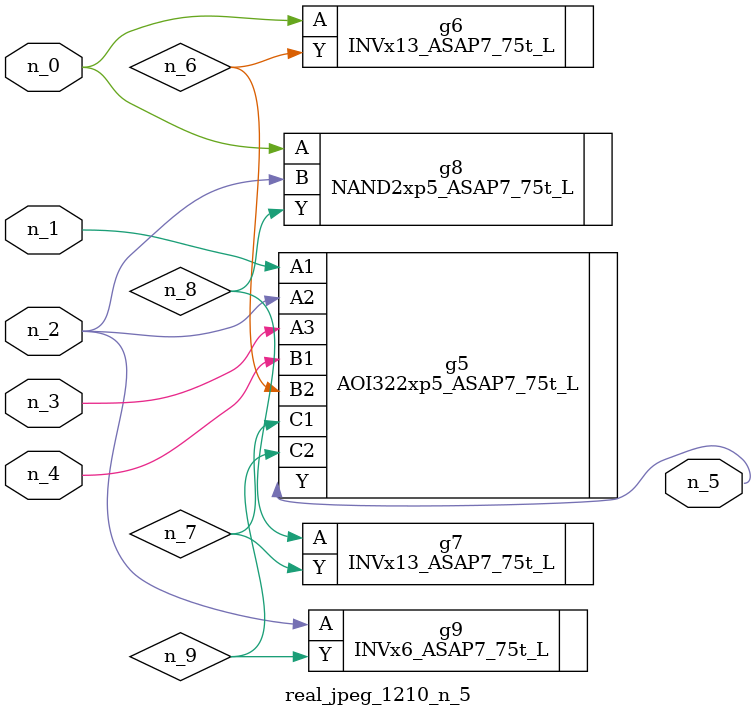
<source format=v>
module real_jpeg_1210_n_5 (n_4, n_0, n_1, n_2, n_3, n_5);

input n_4;
input n_0;
input n_1;
input n_2;
input n_3;

output n_5;

wire n_8;
wire n_6;
wire n_7;
wire n_9;

INVx13_ASAP7_75t_L g6 ( 
.A(n_0),
.Y(n_6)
);

NAND2xp5_ASAP7_75t_L g8 ( 
.A(n_0),
.B(n_2),
.Y(n_8)
);

AOI322xp5_ASAP7_75t_L g5 ( 
.A1(n_1),
.A2(n_2),
.A3(n_3),
.B1(n_4),
.B2(n_6),
.C1(n_7),
.C2(n_9),
.Y(n_5)
);

INVx6_ASAP7_75t_L g9 ( 
.A(n_2),
.Y(n_9)
);

INVx13_ASAP7_75t_L g7 ( 
.A(n_8),
.Y(n_7)
);


endmodule
</source>
